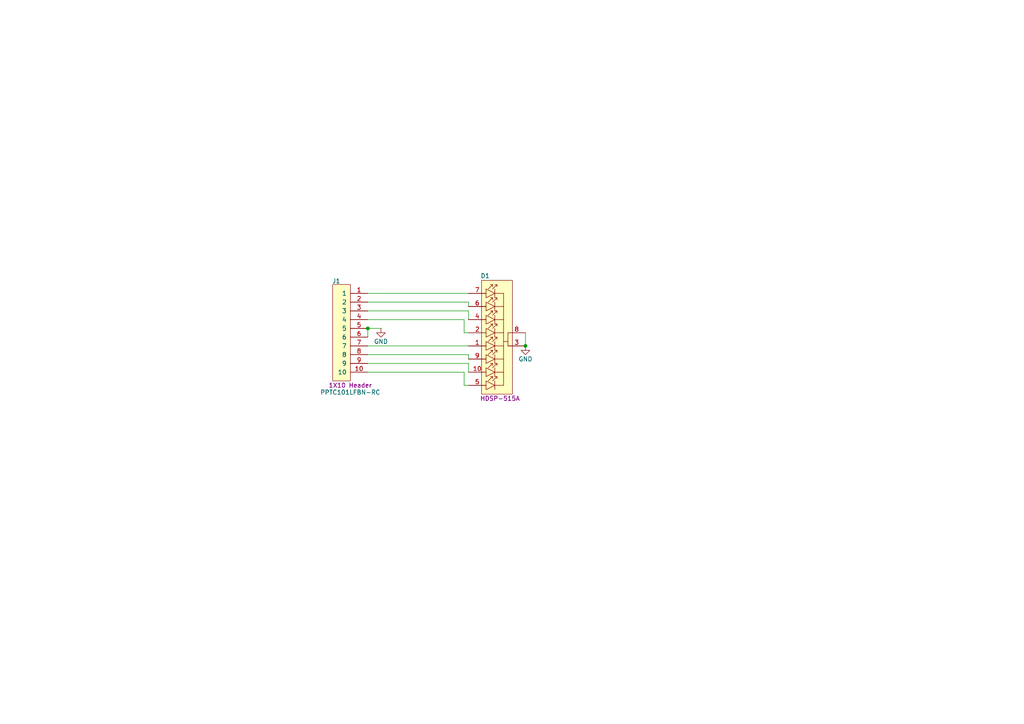
<source format=kicad_sch>
(kicad_sch (version 20231120) (generator "eeschema") (generator_version "8.0")
  (paper "A4")
  (lib_symbols
    (symbol "AVR-KiCAD-Lib-Connectors:PPTC101LFBN-RC" (pin_names (offset 1.016))
      (property "Reference" "J" (at -2.54 2.54 0))
      (property "Value" "PPTC101LFBN-RC" (at 8.89 -29.21 0))
      (property "_Value_" "1X10 Header" (at 5.08 -26.67 0))
      (symbol "PPTC101LFBN-RC_0_1"
        (rectangle (start 0 2.54) (end 5.08 -25.4) (fill (type background)))
      )
      (symbol "PPTC101LFBN-RC_1_1"
        (pin passive line (at -5.08 0 0) (length 5.08) (name "1") (number "1"))
        (pin passive line (at -5.08 -22.86 0) (length 5.08) (name "10") (number "10"))
        (pin passive line (at -5.08 -2.54 0) (length 5.08) (name "2") (number "2"))
        (pin passive line (at -5.08 -5.08 0) (length 5.08) (name "3") (number "3"))
        (pin passive line (at -5.08 -7.62 0) (length 5.08) (name "4") (number "4"))
        (pin passive line (at -5.08 -10.16 0) (length 5.08) (name "5") (number "5"))
        (pin passive line (at -5.08 -12.7 0) (length 5.08) (name "6") (number "6"))
        (pin passive line (at -5.08 -15.24 0) (length 5.08) (name "7") (number "7"))
        (pin passive line (at -5.08 -17.78 0) (length 5.08) (name "8") (number "8"))
        (pin passive line (at -5.08 -20.32 0) (length 5.08) (name "9") (number "9"))
      )
    )
    (symbol "AVR-KiCAD-Lib-Diodes:HDSP-515A" (pin_names (offset 1.016))
      (property "Reference" "D" (at 0.254 9.398 0))
      (property "_Value_" "HDSP-515A" (at 3.302 -30.734 0))
      (symbol "HDSP-515A_0_1"
        (polyline (pts (xy -0.635 -25.4) (xy 0.635 -24.13)))
        (polyline (pts (xy -0.635 -21.59) (xy 0.635 -20.32)))
        (polyline (pts (xy -0.635 -17.78) (xy 0.635 -16.51)))
        (polyline (pts (xy -0.635 -13.97) (xy 0.635 -12.7)))
        (polyline (pts (xy -0.635 -10.16) (xy 0.635 -8.89)))
        (polyline (pts (xy -0.635 -6.35) (xy 0.635 -5.08)))
        (polyline (pts (xy -0.635 -2.54) (xy 0.635 -1.27)))
        (polyline (pts (xy -0.635 1.27) (xy 0.635 2.54)))
        (polyline (pts (xy 0.635 -24.13) (xy 0 -24.13)))
        (polyline (pts (xy 0.635 -24.13) (xy 0.635 -24.765)))
        (polyline (pts (xy 0.635 -20.32) (xy 0 -20.32)))
        (polyline (pts (xy 0.635 -20.32) (xy 0.635 -20.955)))
        (polyline (pts (xy 0.635 -16.51) (xy 0 -16.51)))
        (polyline (pts (xy 0.635 -16.51) (xy 0.635 -17.145)))
        (polyline (pts (xy 0.635 -12.7) (xy 0 -12.7)))
        (polyline (pts (xy 0.635 -12.7) (xy 0.635 -13.335)))
        (polyline (pts (xy 0.635 -8.89) (xy 0 -8.89)))
        (polyline (pts (xy 0.635 -8.89) (xy 0.635 -9.525)))
        (polyline (pts (xy 0.635 -5.08) (xy 0 -5.08)))
        (polyline (pts (xy 0.635 -5.08) (xy 0.635 -5.715)))
        (polyline (pts (xy 0.635 -1.27) (xy 0 -1.27)))
        (polyline (pts (xy 0.635 -1.27) (xy 0.635 -1.905)))
        (polyline (pts (xy 0.635 2.54) (xy 0 2.54)))
        (polyline (pts (xy 0.635 2.54) (xy 0.635 1.905)))
        (polyline (pts (xy 1.27 -27.94) (xy 1.27 -25.4)))
        (polyline (pts (xy 1.27 -26.67) (xy 1.27 -26.67)))
        (polyline (pts (xy 1.27 -26.67) (xy 3.81 -26.67)))
        (polyline (pts (xy 1.27 -24.13) (xy 1.27 -21.59)))
        (polyline (pts (xy 1.27 -22.86) (xy 3.81 -22.86)))
        (polyline (pts (xy 1.27 -20.32) (xy 1.27 -17.78)))
        (polyline (pts (xy 1.27 -19.05) (xy 3.81 -19.05)))
        (polyline (pts (xy 1.27 -16.51) (xy 1.27 -13.97)))
        (polyline (pts (xy 1.27 -15.24) (xy 3.81 -15.24)))
        (polyline (pts (xy 1.27 -12.7) (xy 1.27 -10.16)))
        (polyline (pts (xy 1.27 -11.43) (xy 3.81 -11.43)))
        (polyline (pts (xy 1.27 -8.89) (xy 1.27 -6.35)))
        (polyline (pts (xy 1.27 -7.62) (xy 3.81 -7.62)))
        (polyline (pts (xy 1.27 -5.08) (xy 1.27 -2.54)))
        (polyline (pts (xy 1.27 -3.81) (xy 3.81 -3.81)))
        (polyline (pts (xy 1.27 -1.27) (xy 1.27 1.27)))
        (polyline (pts (xy 1.27 0) (xy 3.81 0)))
        (polyline (pts (xy 1.905 -24.13) (xy 1.905 -24.765)))
        (polyline (pts (xy 1.905 -20.32) (xy 1.905 -20.955)))
        (polyline (pts (xy 1.905 -16.51) (xy 1.905 -17.145)))
        (polyline (pts (xy 1.905 -12.7) (xy 1.905 -13.335)))
        (polyline (pts (xy 1.905 -8.89) (xy 1.905 -9.525)))
        (polyline (pts (xy 1.905 -5.08) (xy 1.905 -5.715)))
        (polyline (pts (xy 1.905 -1.27) (xy 1.905 -1.905)))
        (polyline (pts (xy 1.905 2.54) (xy 1.905 1.905)))
        (polyline (pts (xy 3.81 -13.97) (xy 5.08 -13.97)))
        (polyline (pts (xy 3.81 0) (xy 3.81 -26.67)))
        (polyline (pts (xy 5.08 -11.43) (xy 5.08 -15.24)))
        (polyline (pts (xy 0.635 -25.4) (xy 1.905 -24.13) (xy 1.27 -24.13)))
        (polyline (pts (xy 0.635 -21.59) (xy 1.905 -20.32) (xy 1.27 -20.32)))
        (polyline (pts (xy 0.635 -17.78) (xy 1.905 -16.51) (xy 1.27 -16.51)))
        (polyline (pts (xy 0.635 -13.97) (xy 1.905 -12.7) (xy 1.27 -12.7)))
        (polyline (pts (xy 0.635 -10.16) (xy 1.905 -8.89) (xy 1.27 -8.89)))
        (polyline (pts (xy 0.635 -6.35) (xy 1.905 -5.08) (xy 1.27 -5.08)))
        (polyline (pts (xy 0.635 -2.54) (xy 1.905 -1.27) (xy 1.27 -1.27)))
        (polyline (pts (xy 0.635 1.27) (xy 1.905 2.54) (xy 1.27 2.54)))
        (polyline (pts (xy -1.27 -25.4) (xy -1.27 -27.94) (xy 1.27 -26.67) (xy -1.27 -25.4)))
        (polyline (pts (xy -1.27 -21.59) (xy -1.27 -24.13) (xy 1.27 -22.86) (xy -1.27 -21.59)))
        (polyline (pts (xy -1.27 -17.78) (xy -1.27 -20.32) (xy 1.27 -19.05) (xy -1.27 -17.78)))
        (polyline (pts (xy -1.27 -13.97) (xy -1.27 -16.51) (xy 1.27 -15.24) (xy -1.27 -13.97)))
        (polyline (pts (xy -1.27 -10.16) (xy -1.27 -12.7) (xy 1.27 -11.43) (xy -1.27 -10.16)))
        (polyline (pts (xy -1.27 -6.35) (xy -1.27 -8.89) (xy 1.27 -7.62) (xy -1.27 -6.35)))
        (polyline (pts (xy -1.27 -2.54) (xy -1.27 -5.08) (xy 1.27 -3.81) (xy -1.27 -2.54)))
        (polyline (pts (xy -1.27 1.27) (xy -1.27 -1.27) (xy 1.27 0) (xy -1.27 1.27)))
      )
      (symbol "HDSP-515A_1_1"
        (rectangle (start -2.54 3.81) (end 6.35 -29.21) (fill (type background)))
        (pin passive line (at -6.35 -15.24 0) (length 5.08) (name "~") (number "1"))
        (pin passive line (at -6.35 -22.86 0) (length 5.08) (name "~") (number "10"))
        (pin passive line (at -6.35 -11.43 0) (length 5.08) (name "~") (number "2"))
        (pin passive line (at 10.16 -15.24 180) (length 5.08) (name "") (number "3"))
        (pin passive line (at -6.35 -7.62 0) (length 5.08) (name "~") (number "4"))
        (pin passive line (at -6.35 -26.67 0) (length 5.08) (name "~") (number "5"))
        (pin passive line (at -6.35 -3.81 0) (length 5.08) (name "~") (number "6"))
        (pin passive line (at -6.35 0 0) (length 5.08) (name "~") (number "7"))
        (pin passive line (at 10.16 -11.43 180) (length 5.08) (name "") (number "8"))
        (pin passive line (at -6.35 -19.05 0) (length 5.08) (name "~") (number "9"))
      )
    )
    (symbol "power:GND" (power) (pin_numbers hide) (pin_names (offset 0) hide)
      (property "Value" "GND" (at 0 -3.81 0))
      (symbol "GND_0_1"
        (polyline (pts (xy 0 0) (xy 0 -1.27) (xy 1.27 -1.27) (xy 0 -2.54) (xy -1.27 -1.27) (xy 0 -1.27)))
      )
      (symbol "GND_1_1"
        (pin power_in line (at 0 0 270) (length 0) (name "~") (number "1"))
      )
    )
  )
  (junction (at 106.68 95.25))
  (junction (at 152.4 100.33))
  (wire (pts (xy 134.62 96.52) (xy 134.62 92.71)))
  (wire (pts (xy 106.68 87.63) (xy 135.89 87.63)))
  (wire (pts (xy 106.68 85.09) (xy 135.89 85.09)))
  (wire (pts (xy 152.4 96.52) (xy 152.4 100.33)))
  (wire (pts (xy 135.89 87.63) (xy 135.89 88.9)))
  (wire (pts (xy 106.68 95.25) (xy 110.49 95.25)))
  (wire (pts (xy 134.62 92.71) (xy 106.68 92.71)))
  (wire (pts (xy 106.68 107.95) (xy 134.62 107.95)))
  (wire (pts (xy 106.68 102.87) (xy 135.89 102.87)))
  (wire (pts (xy 106.68 100.33) (xy 135.89 100.33)))
  (wire (pts (xy 135.89 90.17) (xy 135.89 92.71)))
  (wire (pts (xy 134.62 107.95) (xy 134.62 111.76)))
  (wire (pts (xy 135.89 104.14) (xy 135.89 102.87)))
  (wire (pts (xy 135.89 96.52) (xy 134.62 96.52)))
  (wire (pts (xy 134.62 111.76) (xy 135.89 111.76)))
  (wire (pts (xy 106.68 95.25) (xy 106.68 97.79)))
  (wire (pts (xy 106.68 105.41) (xy 135.89 105.41)))
  (wire (pts (xy 106.68 90.17) (xy 135.89 90.17)))
  (wire (pts (xy 135.89 105.41) (xy 135.89 107.95)))
  (symbol (lib_id "AVR-KiCAD-Lib-Diodes:HDSP-515A") (at 142.24 85.09 0) (unit 1)
    (property "Reference" "D1" (at 140.716 80.01 0))
    (property "Value" "HDSP-515A" (effects (hide yes)))
    (property "Footprint" "AVR-KiCAD-Lib-Diodes:HDSP-511x&slash_HDSP-513x&slash_HDSP-515A_BRA" (effects (hide yes)))
    (property "Datasheet" "https://docs.broadcom.com/doc/AV02-1363EN" (effects (hide yes)))
    (property "Description" "Display Modules - LED Character and Numeric Red 7-Segment 1 Character Common Cathode 1.85V 20mA 0.673\" H x 0.488\" W x 0.315\" D (17.10mm x 12.40mm x 8.00mm) 10-DIP (0.600\", 15.24mm)" (effects (hide yes)))
    (property "Cost QTY: 1" "1.99000" (effects (hide yes)))
    (property "Cost QTY: 1000" "0.79298" (effects (hide yes)))
    (property "Cost QTY: 2500" "0.74973" (effects (hide yes)))
    (property "Cost QTY: 5000" "0.73242" (effects (hide yes)))
    (property "Cost QTY: 10000" "0.72089" (effects (hide yes)))
    (property "MFR" "Broadcom Limited" (effects (hide yes)))
    (property "MFR#" "HDSP-515A" (effects (hide yes)))
    (property "Vendor" "Digikey" (effects (hide yes)))
    (property "Vendor #" "516-4408-ND" (effects (hide yes)))
    (property "Designer" "Adam Vadala-Roth" (effects (hide yes)))
    (property "Height" "8mm" (effects (hide yes)))
    (property "Date Created" "7/15/2024" (effects (hide yes)))
    (property "Date Modified" "7/15/2024" (effects (hide yes)))
    (property "Lead-Free ?" "Yes" (effects (hide yes)))
    (property "RoHS Levels" "1" (effects (hide yes)))
    (property "Mounting" "ThroughHole" (effects (hide yes)))
    (property "Pin Count #" "10" (effects (hide yes)))
    (property "Status" "Active" (effects (hide yes)))
    (property "Tolerance" "*" (effects (hide yes)))
    (property "Type" "LED" (effects (hide yes)))
    (property "Voltage" "1.85V" (effects (hide yes)))
    (property "Package" "DIP" (effects (hide yes)))
    (property "_Value_" "HDSP-515A" (at 145.034 115.57 0))
    (property "Management_ID" "*" (effects (hide yes)))
  )
  (symbol (lib_id "AVR-KiCAD-Lib-Connectors:PPTC101LFBN-RC") (at 101.6 85.09 0) (mirror y) (unit 1)
    (property "Reference" "J1" (at 97.536 81.534 0))
    (property "Value" "PPTC101LFBN-RC" (at 101.6 113.792 0))
    (property "Footprint" "AVR-KiCAD-Lib-Connectors:Female_Header_Straight_1x10_Pitch2.54mm" (effects (hide yes)))
    (property "Datasheet" "https://media.digikey.com/pdf/Data%20Sheets/Sullins%20PDFs/Female_Headers.100_DS.pdf" (effects (hide yes)))
    (property "Description" "10 Position Header Connector  Through Hole" (effects (hide yes)))
    (property "Cost QTY: 1" "0.65000" (effects (hide yes)))
    (property "Cost QTY: 1000" "0.36000" (effects (hide yes)))
    (property "Cost QTY: 2500" "*" (effects (hide yes)))
    (property "Cost QTY: 5000" "0.32500" (effects (hide yes)))
    (property "Cost QTY: 10000" "*" (effects (hide yes)))
    (property "MFR" "Sullins Connector Solutions" (effects (hide yes)))
    (property "MFR#" "PPTC101LFBN-RC" (effects (hide yes)))
    (property "Vendor" "Digikey" (effects (hide yes)))
    (property "Vendor #" "S7008-ND" (effects (hide yes)))
    (property "Designer" "AVR" (effects (hide yes)))
    (property "Height" "8.5mm" (effects (hide yes)))
    (property "Date Created" "5/14/2020" (effects (hide yes)))
    (property "Date Modified" "5/14/2020" (effects (hide yes)))
    (property "Lead-Free ?" "Yes" (effects (hide yes)))
    (property "RoHS Levels" "1" (effects (hide yes)))
    (property "Mounting" "ThroughHole" (effects (hide yes)))
    (property "Pin Count #" "10" (effects (hide yes)))
    (property "Status" "Active" (effects (hide yes)))
    (property "Tolerance" "*" (effects (hide yes)))
    (property "Type" "2.54mm Header Female" (effects (hide yes)))
    (property "Voltage" "250V" (effects (hide yes)))
    (property "Package" "*" (effects (hide yes)))
    (property "_Value_" "1X10 Header" (at 101.6 111.76 0))
    (property "Management_ID" "*" (effects (hide yes)))
  )
  (symbol (lib_id "power:GND") (at 152.4 100.33 0) (unit 1)
    (property "Reference" "#PWR02" (effects (hide yes)))
    (property "Value" "GND" (at 152.4 104.14 0))
    (property "Description" "Power symbol creates a global label with name \"GND\" , ground" (effects (hide yes)))
  )
  (symbol (lib_id "power:GND") (at 110.49 95.25 0) (unit 1)
    (property "Reference" "#PWR01" (effects (hide yes)))
    (property "Value" "GND" (at 110.49 99.06 0))
    (property "Description" "Power symbol creates a global label with name \"GND\" , ground" (effects (hide yes)))
  )
)
</source>
